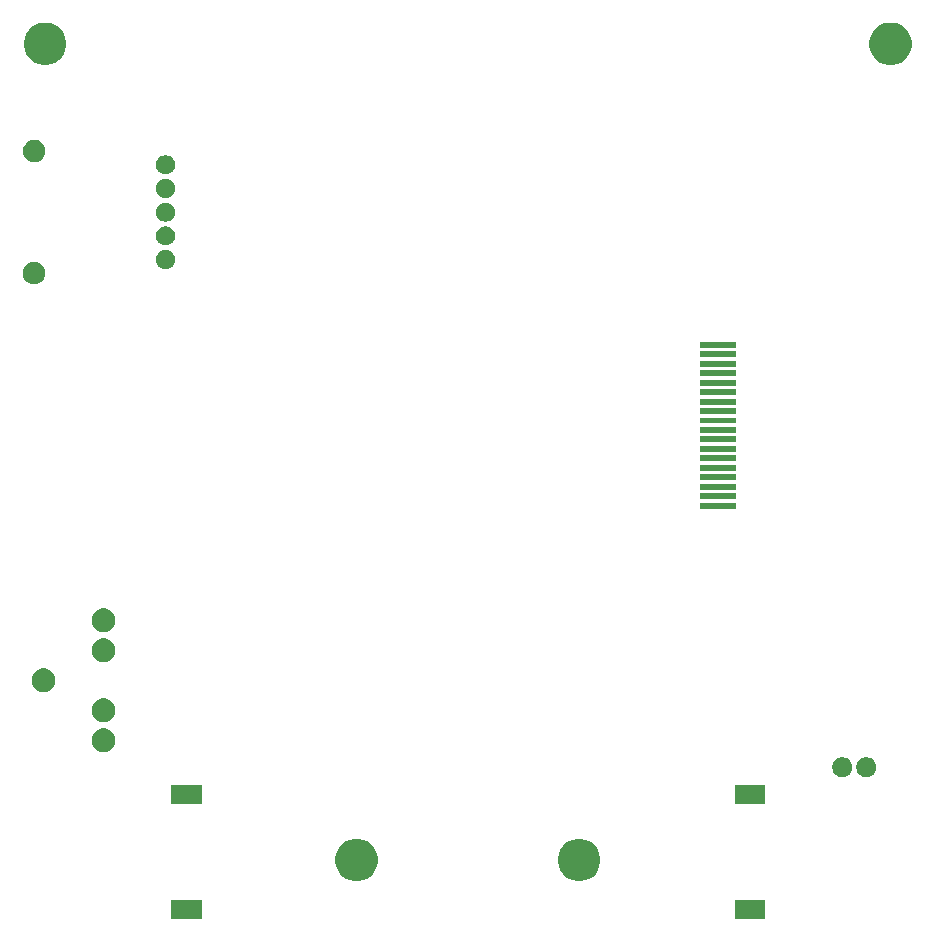
<source format=gbr>
G04 #@! TF.GenerationSoftware,KiCad,Pcbnew,5.0.2+dfsg1-1~bpo9+1*
G04 #@! TF.CreationDate,2019-08-11T15:23:53+01:00*
G04 #@! TF.ProjectId,retro_zero+a_screen,72657472-6f5f-47a6-9572-6f2b615f7363,rev?*
G04 #@! TF.SameCoordinates,Original*
G04 #@! TF.FileFunction,Soldermask,Top*
G04 #@! TF.FilePolarity,Negative*
%FSLAX46Y46*%
G04 Gerber Fmt 4.6, Leading zero omitted, Abs format (unit mm)*
G04 Created by KiCad (PCBNEW 5.0.2+dfsg1-1~bpo9+1) date Sun 11 Aug 2019 15:23:53 BST*
%MOMM*%
%LPD*%
G01*
G04 APERTURE LIST*
%ADD10C,0.100000*%
G04 APERTURE END LIST*
D10*
G36*
X172243000Y-118174400D02*
X169641000Y-118174400D01*
X169641000Y-116572400D01*
X172243000Y-116572400D01*
X172243000Y-118174400D01*
X172243000Y-118174400D01*
G37*
G36*
X124541800Y-118174400D02*
X121939800Y-118174400D01*
X121939800Y-116572400D01*
X124541800Y-116572400D01*
X124541800Y-118174400D01*
X124541800Y-118174400D01*
G37*
G36*
X138142531Y-111450611D02*
X138470292Y-111586374D01*
X138765273Y-111783474D01*
X139016126Y-112034327D01*
X139213226Y-112329308D01*
X139348989Y-112657069D01*
X139418200Y-113005016D01*
X139418200Y-113359784D01*
X139348989Y-113707731D01*
X139213226Y-114035492D01*
X139016126Y-114330473D01*
X138765273Y-114581326D01*
X138470292Y-114778426D01*
X138142531Y-114914189D01*
X137794584Y-114983400D01*
X137439816Y-114983400D01*
X137091869Y-114914189D01*
X136764108Y-114778426D01*
X136469127Y-114581326D01*
X136218274Y-114330473D01*
X136021174Y-114035492D01*
X135885411Y-113707731D01*
X135816200Y-113359784D01*
X135816200Y-113005016D01*
X135885411Y-112657069D01*
X136021174Y-112329308D01*
X136218274Y-112034327D01*
X136469127Y-111783474D01*
X136764108Y-111586374D01*
X137091869Y-111450611D01*
X137439816Y-111381400D01*
X137794584Y-111381400D01*
X138142531Y-111450611D01*
X138142531Y-111450611D01*
G37*
G36*
X156989331Y-111450611D02*
X157317092Y-111586374D01*
X157612073Y-111783474D01*
X157862926Y-112034327D01*
X158060026Y-112329308D01*
X158195789Y-112657069D01*
X158265000Y-113005016D01*
X158265000Y-113359784D01*
X158195789Y-113707731D01*
X158060026Y-114035492D01*
X157862926Y-114330473D01*
X157612073Y-114581326D01*
X157317092Y-114778426D01*
X156989331Y-114914189D01*
X156641384Y-114983400D01*
X156286616Y-114983400D01*
X155938669Y-114914189D01*
X155610908Y-114778426D01*
X155315927Y-114581326D01*
X155065074Y-114330473D01*
X154867974Y-114035492D01*
X154732211Y-113707731D01*
X154663000Y-113359784D01*
X154663000Y-113005016D01*
X154732211Y-112657069D01*
X154867974Y-112329308D01*
X155065074Y-112034327D01*
X155315927Y-111783474D01*
X155610908Y-111586374D01*
X155938669Y-111450611D01*
X156286616Y-111381400D01*
X156641384Y-111381400D01*
X156989331Y-111450611D01*
X156989331Y-111450611D01*
G37*
G36*
X172243000Y-108420800D02*
X169641000Y-108420800D01*
X169641000Y-106818800D01*
X172243000Y-106818800D01*
X172243000Y-108420800D01*
X172243000Y-108420800D01*
G37*
G36*
X124541800Y-108420800D02*
X121939800Y-108420800D01*
X121939800Y-106818800D01*
X124541800Y-106818800D01*
X124541800Y-108420800D01*
X124541800Y-108420800D01*
G37*
G36*
X179000728Y-104515503D02*
X179155600Y-104579653D01*
X179294981Y-104672785D01*
X179413515Y-104791319D01*
X179506647Y-104930700D01*
X179570797Y-105085572D01*
X179603500Y-105249984D01*
X179603500Y-105417616D01*
X179570797Y-105582028D01*
X179506647Y-105736900D01*
X179413515Y-105876281D01*
X179294981Y-105994815D01*
X179155600Y-106087947D01*
X179000728Y-106152097D01*
X178836316Y-106184800D01*
X178668684Y-106184800D01*
X178504272Y-106152097D01*
X178349400Y-106087947D01*
X178210019Y-105994815D01*
X178091485Y-105876281D01*
X177998353Y-105736900D01*
X177934203Y-105582028D01*
X177901500Y-105417616D01*
X177901500Y-105249984D01*
X177934203Y-105085572D01*
X177998353Y-104930700D01*
X178091485Y-104791319D01*
X178210019Y-104672785D01*
X178349400Y-104579653D01*
X178504272Y-104515503D01*
X178668684Y-104482800D01*
X178836316Y-104482800D01*
X179000728Y-104515503D01*
X179000728Y-104515503D01*
G37*
G36*
X181032728Y-104515503D02*
X181187600Y-104579653D01*
X181326981Y-104672785D01*
X181445515Y-104791319D01*
X181538647Y-104930700D01*
X181602797Y-105085572D01*
X181635500Y-105249984D01*
X181635500Y-105417616D01*
X181602797Y-105582028D01*
X181538647Y-105736900D01*
X181445515Y-105876281D01*
X181326981Y-105994815D01*
X181187600Y-106087947D01*
X181032728Y-106152097D01*
X180868316Y-106184800D01*
X180700684Y-106184800D01*
X180536272Y-106152097D01*
X180381400Y-106087947D01*
X180242019Y-105994815D01*
X180123485Y-105876281D01*
X180030353Y-105736900D01*
X179966203Y-105582028D01*
X179933500Y-105417616D01*
X179933500Y-105249984D01*
X179966203Y-105085572D01*
X180030353Y-104930700D01*
X180123485Y-104791319D01*
X180242019Y-104672785D01*
X180381400Y-104579653D01*
X180536272Y-104515503D01*
X180700684Y-104482800D01*
X180868316Y-104482800D01*
X181032728Y-104515503D01*
X181032728Y-104515503D01*
G37*
G36*
X116496981Y-102072568D02*
X116679150Y-102148025D01*
X116843103Y-102257575D01*
X116982525Y-102396997D01*
X117092075Y-102560950D01*
X117167532Y-102743119D01*
X117206000Y-102936510D01*
X117206000Y-103133690D01*
X117167532Y-103327081D01*
X117092075Y-103509250D01*
X116982525Y-103673203D01*
X116843103Y-103812625D01*
X116679150Y-103922175D01*
X116496981Y-103997632D01*
X116303590Y-104036100D01*
X116106410Y-104036100D01*
X115913019Y-103997632D01*
X115730850Y-103922175D01*
X115566897Y-103812625D01*
X115427475Y-103673203D01*
X115317925Y-103509250D01*
X115242468Y-103327081D01*
X115204000Y-103133690D01*
X115204000Y-102936510D01*
X115242468Y-102743119D01*
X115317925Y-102560950D01*
X115427475Y-102396997D01*
X115566897Y-102257575D01*
X115730850Y-102148025D01*
X115913019Y-102072568D01*
X116106410Y-102034100D01*
X116303590Y-102034100D01*
X116496981Y-102072568D01*
X116496981Y-102072568D01*
G37*
G36*
X116496981Y-99532568D02*
X116679150Y-99608025D01*
X116843103Y-99717575D01*
X116982525Y-99856997D01*
X117092075Y-100020950D01*
X117167532Y-100203119D01*
X117206000Y-100396510D01*
X117206000Y-100593690D01*
X117167532Y-100787081D01*
X117092075Y-100969250D01*
X116982525Y-101133203D01*
X116843103Y-101272625D01*
X116679150Y-101382175D01*
X116496981Y-101457632D01*
X116303590Y-101496100D01*
X116106410Y-101496100D01*
X115913019Y-101457632D01*
X115730850Y-101382175D01*
X115566897Y-101272625D01*
X115427475Y-101133203D01*
X115317925Y-100969250D01*
X115242468Y-100787081D01*
X115204000Y-100593690D01*
X115204000Y-100396510D01*
X115242468Y-100203119D01*
X115317925Y-100020950D01*
X115427475Y-99856997D01*
X115566897Y-99717575D01*
X115730850Y-99608025D01*
X115913019Y-99532568D01*
X116106410Y-99494100D01*
X116303590Y-99494100D01*
X116496981Y-99532568D01*
X116496981Y-99532568D01*
G37*
G36*
X111416981Y-96992568D02*
X111599150Y-97068025D01*
X111763103Y-97177575D01*
X111902525Y-97316997D01*
X112012075Y-97480950D01*
X112087532Y-97663119D01*
X112126000Y-97856510D01*
X112126000Y-98053690D01*
X112087532Y-98247081D01*
X112012075Y-98429250D01*
X111902525Y-98593203D01*
X111763103Y-98732625D01*
X111599150Y-98842175D01*
X111416981Y-98917632D01*
X111223590Y-98956100D01*
X111026410Y-98956100D01*
X110833019Y-98917632D01*
X110650850Y-98842175D01*
X110486897Y-98732625D01*
X110347475Y-98593203D01*
X110237925Y-98429250D01*
X110162468Y-98247081D01*
X110124000Y-98053690D01*
X110124000Y-97856510D01*
X110162468Y-97663119D01*
X110237925Y-97480950D01*
X110347475Y-97316997D01*
X110486897Y-97177575D01*
X110650850Y-97068025D01*
X110833019Y-96992568D01*
X111026410Y-96954100D01*
X111223590Y-96954100D01*
X111416981Y-96992568D01*
X111416981Y-96992568D01*
G37*
G36*
X116496981Y-94452568D02*
X116679150Y-94528025D01*
X116843103Y-94637575D01*
X116982525Y-94776997D01*
X117092075Y-94940950D01*
X117167532Y-95123119D01*
X117206000Y-95316510D01*
X117206000Y-95513690D01*
X117167532Y-95707081D01*
X117092075Y-95889250D01*
X116982525Y-96053203D01*
X116843103Y-96192625D01*
X116679150Y-96302175D01*
X116496981Y-96377632D01*
X116303590Y-96416100D01*
X116106410Y-96416100D01*
X115913019Y-96377632D01*
X115730850Y-96302175D01*
X115566897Y-96192625D01*
X115427475Y-96053203D01*
X115317925Y-95889250D01*
X115242468Y-95707081D01*
X115204000Y-95513690D01*
X115204000Y-95316510D01*
X115242468Y-95123119D01*
X115317925Y-94940950D01*
X115427475Y-94776997D01*
X115566897Y-94637575D01*
X115730850Y-94528025D01*
X115913019Y-94452568D01*
X116106410Y-94414100D01*
X116303590Y-94414100D01*
X116496981Y-94452568D01*
X116496981Y-94452568D01*
G37*
G36*
X116496981Y-91912568D02*
X116679150Y-91988025D01*
X116843103Y-92097575D01*
X116982525Y-92236997D01*
X117092075Y-92400950D01*
X117167532Y-92583119D01*
X117206000Y-92776510D01*
X117206000Y-92973690D01*
X117167532Y-93167081D01*
X117092075Y-93349250D01*
X116982525Y-93513203D01*
X116843103Y-93652625D01*
X116679150Y-93762175D01*
X116496981Y-93837632D01*
X116303590Y-93876100D01*
X116106410Y-93876100D01*
X115913019Y-93837632D01*
X115730850Y-93762175D01*
X115566897Y-93652625D01*
X115427475Y-93513203D01*
X115317925Y-93349250D01*
X115242468Y-93167081D01*
X115204000Y-92973690D01*
X115204000Y-92776510D01*
X115242468Y-92583119D01*
X115317925Y-92400950D01*
X115427475Y-92236997D01*
X115566897Y-92097575D01*
X115730850Y-91988025D01*
X115913019Y-91912568D01*
X116106410Y-91874100D01*
X116303590Y-91874100D01*
X116496981Y-91912568D01*
X116496981Y-91912568D01*
G37*
G36*
X169787900Y-83423300D02*
X166685900Y-83423300D01*
X166685900Y-82921300D01*
X169787900Y-82921300D01*
X169787900Y-83423300D01*
X169787900Y-83423300D01*
G37*
G36*
X169787900Y-82623200D02*
X166685900Y-82623200D01*
X166685900Y-82121200D01*
X169787900Y-82121200D01*
X169787900Y-82623200D01*
X169787900Y-82623200D01*
G37*
G36*
X169787900Y-81823100D02*
X166685900Y-81823100D01*
X166685900Y-81321100D01*
X169787900Y-81321100D01*
X169787900Y-81823100D01*
X169787900Y-81823100D01*
G37*
G36*
X169787900Y-81023000D02*
X166685900Y-81023000D01*
X166685900Y-80521000D01*
X169787900Y-80521000D01*
X169787900Y-81023000D01*
X169787900Y-81023000D01*
G37*
G36*
X169787900Y-80222900D02*
X166685900Y-80222900D01*
X166685900Y-79720900D01*
X169787900Y-79720900D01*
X169787900Y-80222900D01*
X169787900Y-80222900D01*
G37*
G36*
X169787900Y-79422800D02*
X166685900Y-79422800D01*
X166685900Y-78920800D01*
X169787900Y-78920800D01*
X169787900Y-79422800D01*
X169787900Y-79422800D01*
G37*
G36*
X169787900Y-78622700D02*
X166685900Y-78622700D01*
X166685900Y-78120700D01*
X169787900Y-78120700D01*
X169787900Y-78622700D01*
X169787900Y-78622700D01*
G37*
G36*
X169787900Y-77822600D02*
X166685900Y-77822600D01*
X166685900Y-77320600D01*
X169787900Y-77320600D01*
X169787900Y-77822600D01*
X169787900Y-77822600D01*
G37*
G36*
X169787900Y-77022500D02*
X166685900Y-77022500D01*
X166685900Y-76520500D01*
X169787900Y-76520500D01*
X169787900Y-77022500D01*
X169787900Y-77022500D01*
G37*
G36*
X169787900Y-76222400D02*
X166685900Y-76222400D01*
X166685900Y-75720400D01*
X169787900Y-75720400D01*
X169787900Y-76222400D01*
X169787900Y-76222400D01*
G37*
G36*
X169787900Y-75422300D02*
X166685900Y-75422300D01*
X166685900Y-74920300D01*
X169787900Y-74920300D01*
X169787900Y-75422300D01*
X169787900Y-75422300D01*
G37*
G36*
X169787900Y-74622200D02*
X166685900Y-74622200D01*
X166685900Y-74120200D01*
X169787900Y-74120200D01*
X169787900Y-74622200D01*
X169787900Y-74622200D01*
G37*
G36*
X169787900Y-73822100D02*
X166685900Y-73822100D01*
X166685900Y-73320100D01*
X169787900Y-73320100D01*
X169787900Y-73822100D01*
X169787900Y-73822100D01*
G37*
G36*
X169787900Y-73022000D02*
X166685900Y-73022000D01*
X166685900Y-72520000D01*
X169787900Y-72520000D01*
X169787900Y-73022000D01*
X169787900Y-73022000D01*
G37*
G36*
X169787900Y-72221900D02*
X166685900Y-72221900D01*
X166685900Y-71719900D01*
X169787900Y-71719900D01*
X169787900Y-72221900D01*
X169787900Y-72221900D01*
G37*
G36*
X169787900Y-71421800D02*
X166685900Y-71421800D01*
X166685900Y-70919800D01*
X169787900Y-70919800D01*
X169787900Y-71421800D01*
X169787900Y-71421800D01*
G37*
G36*
X169787900Y-70621700D02*
X166685900Y-70621700D01*
X166685900Y-70119700D01*
X169787900Y-70119700D01*
X169787900Y-70621700D01*
X169787900Y-70621700D01*
G37*
G36*
X169787900Y-69821600D02*
X166685900Y-69821600D01*
X166685900Y-69319600D01*
X169787900Y-69319600D01*
X169787900Y-69821600D01*
X169787900Y-69821600D01*
G37*
G36*
X110602296Y-62585546D02*
X110775366Y-62657234D01*
X110931130Y-62761312D01*
X111063588Y-62893770D01*
X111167666Y-63049534D01*
X111239354Y-63222604D01*
X111275900Y-63406333D01*
X111275900Y-63593667D01*
X111239354Y-63777396D01*
X111167666Y-63950466D01*
X111063588Y-64106230D01*
X110931130Y-64238688D01*
X110775366Y-64342766D01*
X110602296Y-64414454D01*
X110418567Y-64451000D01*
X110231233Y-64451000D01*
X110047504Y-64414454D01*
X109874434Y-64342766D01*
X109718670Y-64238688D01*
X109586212Y-64106230D01*
X109482134Y-63950466D01*
X109410446Y-63777396D01*
X109373900Y-63593667D01*
X109373900Y-63406333D01*
X109410446Y-63222604D01*
X109482134Y-63049534D01*
X109586212Y-62893770D01*
X109718670Y-62761312D01*
X109874434Y-62657234D01*
X110047504Y-62585546D01*
X110231233Y-62549000D01*
X110418567Y-62549000D01*
X110602296Y-62585546D01*
X110602296Y-62585546D01*
G37*
G36*
X121683743Y-61574081D02*
X121829515Y-61634462D01*
X121960711Y-61722124D01*
X122072276Y-61833689D01*
X122159938Y-61964885D01*
X122220319Y-62110657D01*
X122251100Y-62265407D01*
X122251100Y-62423193D01*
X122220319Y-62577943D01*
X122159938Y-62723715D01*
X122072276Y-62854911D01*
X121960711Y-62966476D01*
X121829515Y-63054138D01*
X121683743Y-63114519D01*
X121528993Y-63145300D01*
X121371207Y-63145300D01*
X121216457Y-63114519D01*
X121070685Y-63054138D01*
X120939489Y-62966476D01*
X120827924Y-62854911D01*
X120740262Y-62723715D01*
X120679881Y-62577943D01*
X120649100Y-62423193D01*
X120649100Y-62265407D01*
X120679881Y-62110657D01*
X120740262Y-61964885D01*
X120827924Y-61833689D01*
X120939489Y-61722124D01*
X121070685Y-61634462D01*
X121216457Y-61574081D01*
X121371207Y-61543300D01*
X121528993Y-61543300D01*
X121683743Y-61574081D01*
X121683743Y-61574081D01*
G37*
G36*
X121683743Y-59567481D02*
X121829515Y-59627862D01*
X121960711Y-59715524D01*
X122072276Y-59827089D01*
X122159938Y-59958285D01*
X122220319Y-60104057D01*
X122251100Y-60258807D01*
X122251100Y-60416593D01*
X122220319Y-60571343D01*
X122159938Y-60717115D01*
X122072276Y-60848311D01*
X121960711Y-60959876D01*
X121829515Y-61047538D01*
X121683743Y-61107919D01*
X121528993Y-61138700D01*
X121371207Y-61138700D01*
X121216457Y-61107919D01*
X121070685Y-61047538D01*
X120939489Y-60959876D01*
X120827924Y-60848311D01*
X120740262Y-60717115D01*
X120679881Y-60571343D01*
X120649100Y-60416593D01*
X120649100Y-60258807D01*
X120679881Y-60104057D01*
X120740262Y-59958285D01*
X120827924Y-59827089D01*
X120939489Y-59715524D01*
X121070685Y-59627862D01*
X121216457Y-59567481D01*
X121371207Y-59536700D01*
X121528993Y-59536700D01*
X121683743Y-59567481D01*
X121683743Y-59567481D01*
G37*
G36*
X121683743Y-57560881D02*
X121829515Y-57621262D01*
X121960711Y-57708924D01*
X122072276Y-57820489D01*
X122159938Y-57951685D01*
X122220319Y-58097457D01*
X122251100Y-58252207D01*
X122251100Y-58409993D01*
X122220319Y-58564743D01*
X122159938Y-58710515D01*
X122072276Y-58841711D01*
X121960711Y-58953276D01*
X121829515Y-59040938D01*
X121683743Y-59101319D01*
X121528993Y-59132100D01*
X121371207Y-59132100D01*
X121216457Y-59101319D01*
X121070685Y-59040938D01*
X120939489Y-58953276D01*
X120827924Y-58841711D01*
X120740262Y-58710515D01*
X120679881Y-58564743D01*
X120649100Y-58409993D01*
X120649100Y-58252207D01*
X120679881Y-58097457D01*
X120740262Y-57951685D01*
X120827924Y-57820489D01*
X120939489Y-57708924D01*
X121070685Y-57621262D01*
X121216457Y-57560881D01*
X121371207Y-57530100D01*
X121528993Y-57530100D01*
X121683743Y-57560881D01*
X121683743Y-57560881D01*
G37*
G36*
X121683743Y-55554281D02*
X121829515Y-55614662D01*
X121960711Y-55702324D01*
X122072276Y-55813889D01*
X122159938Y-55945085D01*
X122220319Y-56090857D01*
X122251100Y-56245607D01*
X122251100Y-56403393D01*
X122220319Y-56558143D01*
X122159938Y-56703915D01*
X122072276Y-56835111D01*
X121960711Y-56946676D01*
X121829515Y-57034338D01*
X121683743Y-57094719D01*
X121528993Y-57125500D01*
X121371207Y-57125500D01*
X121216457Y-57094719D01*
X121070685Y-57034338D01*
X120939489Y-56946676D01*
X120827924Y-56835111D01*
X120740262Y-56703915D01*
X120679881Y-56558143D01*
X120649100Y-56403393D01*
X120649100Y-56245607D01*
X120679881Y-56090857D01*
X120740262Y-55945085D01*
X120827924Y-55813889D01*
X120939489Y-55702324D01*
X121070685Y-55614662D01*
X121216457Y-55554281D01*
X121371207Y-55523500D01*
X121528993Y-55523500D01*
X121683743Y-55554281D01*
X121683743Y-55554281D01*
G37*
G36*
X121683743Y-53547681D02*
X121829515Y-53608062D01*
X121960711Y-53695724D01*
X122072276Y-53807289D01*
X122159938Y-53938485D01*
X122220319Y-54084257D01*
X122251100Y-54239007D01*
X122251100Y-54396793D01*
X122220319Y-54551543D01*
X122159938Y-54697315D01*
X122072276Y-54828511D01*
X121960711Y-54940076D01*
X121829515Y-55027738D01*
X121683743Y-55088119D01*
X121528993Y-55118900D01*
X121371207Y-55118900D01*
X121216457Y-55088119D01*
X121070685Y-55027738D01*
X120939489Y-54940076D01*
X120827924Y-54828511D01*
X120740262Y-54697315D01*
X120679881Y-54551543D01*
X120649100Y-54396793D01*
X120649100Y-54239007D01*
X120679881Y-54084257D01*
X120740262Y-53938485D01*
X120827924Y-53807289D01*
X120939489Y-53695724D01*
X121070685Y-53608062D01*
X121216457Y-53547681D01*
X121371207Y-53516900D01*
X121528993Y-53516900D01*
X121683743Y-53547681D01*
X121683743Y-53547681D01*
G37*
G36*
X110614996Y-52247746D02*
X110788066Y-52319434D01*
X110943830Y-52423512D01*
X111076288Y-52555970D01*
X111180366Y-52711734D01*
X111252054Y-52884804D01*
X111288600Y-53068533D01*
X111288600Y-53255867D01*
X111252054Y-53439596D01*
X111180366Y-53612666D01*
X111076288Y-53768430D01*
X110943830Y-53900888D01*
X110788066Y-54004966D01*
X110614996Y-54076654D01*
X110431267Y-54113200D01*
X110243933Y-54113200D01*
X110060204Y-54076654D01*
X109887134Y-54004966D01*
X109731370Y-53900888D01*
X109598912Y-53768430D01*
X109494834Y-53612666D01*
X109423146Y-53439596D01*
X109386600Y-53255867D01*
X109386600Y-53068533D01*
X109423146Y-52884804D01*
X109494834Y-52711734D01*
X109598912Y-52555970D01*
X109731370Y-52423512D01*
X109887134Y-52319434D01*
X110060204Y-52247746D01*
X110243933Y-52211200D01*
X110431267Y-52211200D01*
X110614996Y-52247746D01*
X110614996Y-52247746D01*
G37*
G36*
X111777331Y-42349911D02*
X112105092Y-42485674D01*
X112400073Y-42682774D01*
X112650926Y-42933627D01*
X112848026Y-43228608D01*
X112983789Y-43556369D01*
X113053000Y-43904316D01*
X113053000Y-44259084D01*
X112983789Y-44607031D01*
X112848026Y-44934792D01*
X112650926Y-45229773D01*
X112400073Y-45480626D01*
X112105092Y-45677726D01*
X111777331Y-45813489D01*
X111429384Y-45882700D01*
X111074616Y-45882700D01*
X110726669Y-45813489D01*
X110398908Y-45677726D01*
X110103927Y-45480626D01*
X109853074Y-45229773D01*
X109655974Y-44934792D01*
X109520211Y-44607031D01*
X109451000Y-44259084D01*
X109451000Y-43904316D01*
X109520211Y-43556369D01*
X109655974Y-43228608D01*
X109853074Y-42933627D01*
X110103927Y-42682774D01*
X110398908Y-42485674D01*
X110726669Y-42349911D01*
X111074616Y-42280700D01*
X111429384Y-42280700D01*
X111777331Y-42349911D01*
X111777331Y-42349911D01*
G37*
G36*
X183354531Y-42349911D02*
X183682292Y-42485674D01*
X183977273Y-42682774D01*
X184228126Y-42933627D01*
X184425226Y-43228608D01*
X184560989Y-43556369D01*
X184630200Y-43904316D01*
X184630200Y-44259084D01*
X184560989Y-44607031D01*
X184425226Y-44934792D01*
X184228126Y-45229773D01*
X183977273Y-45480626D01*
X183682292Y-45677726D01*
X183354531Y-45813489D01*
X183006584Y-45882700D01*
X182651816Y-45882700D01*
X182303869Y-45813489D01*
X181976108Y-45677726D01*
X181681127Y-45480626D01*
X181430274Y-45229773D01*
X181233174Y-44934792D01*
X181097411Y-44607031D01*
X181028200Y-44259084D01*
X181028200Y-43904316D01*
X181097411Y-43556369D01*
X181233174Y-43228608D01*
X181430274Y-42933627D01*
X181681127Y-42682774D01*
X181976108Y-42485674D01*
X182303869Y-42349911D01*
X182651816Y-42280700D01*
X183006584Y-42280700D01*
X183354531Y-42349911D01*
X183354531Y-42349911D01*
G37*
M02*

</source>
